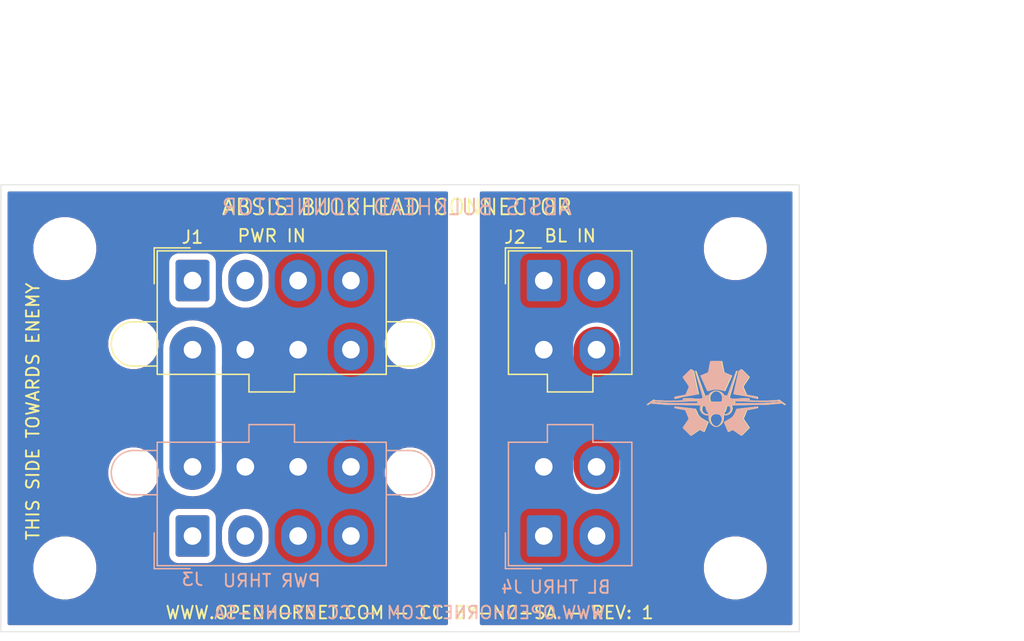
<source format=kicad_pcb>
(kicad_pcb (version 20171130) (host pcbnew "(5.1.9)-1")
  (layers (0 F.Cu mixed) (1 In1.Cu power) (2 In2.Cu power) (31 B.Cu mixed) (34 B.Paste user) (35 F.Paste user) (36 B.SilkS user) (37 F.SilkS user) (38 B.Mask user) (39 F.Mask user) (44 Edge.Cuts user))
  (net 0 "")
  (net 1 /ABSIS_+12V)
  (net 2 /ABSIS_+5V)
  (net 3 /ABSIS_+3.3V)
  (net 4 /ABSIS_GND)
  (net 5 /BL_DATA)
  (net 6 /BL_GND)
  (net 7 /BL_+5V)
  (module "KiCAD Libraries:OH_LOGO_NO_TEXT_11mm_5.9mm" (layer B.Cu) (at 155.956 73.152 180)
    (fp_text reference G*** hide)
    (fp_text value LOGO hide)
  )
  (module "KiCAD Libraries:OH_LOGO_NO_TEXT_11mm_5.9mm" (layer F.Cu) (at 155.956 73.152)
    (fp_text reference G*** hide)
    (fp_text value LOGO hide)
  )
  (module Connector_Molex:Molex_Mini-Fit_Jr_5566-04A_2x02_P4.20mm_Vertical (layer B.Cu) (at 142.24 83.82)
    (fp_text reference J4 (at -2.54 4.064) (layer B.SilkS) (effects (justify mirror)))
    (fp_text value "BL THRU" (at 2.1 4.064) (layer B.SilkS) (effects (justify mirror)))
    (pad 4 thru_hole oval (at 4.2 -5.5) (size 2.7 3.3) (drill 1.4) (layers *.Cu *.Mask) (net 5 /BL_DATA))
    (pad 3 thru_hole oval (at 0 -5.5) (size 2.7 3.3) (drill 1.4) (layers *.Cu *.Mask) (net 6 /BL_GND))
    (pad 2 thru_hole oval (at 4.2 0) (size 2.7 3.3) (drill 1.4) (layers *.Cu *.Mask) (net 7 /BL_+5V))
    (pad 1 thru_hole roundrect (at 0 0) (size 2.7 3.3) (drill 1.4) (layers *.Cu *.Mask) (roundrect_rratio 0.09259296296296296) (net 7 /BL_+5V))
  )
  (module Connector_Molex:Molex_Mini-Fit_Jr_5566-08A2_2x04_P4.20mm_Vertical (layer B.Cu) (at 114.3 83.82)
    (fp_text reference J3 (at 0 3.45) (layer B.SilkS) (effects (justify mirror)))
    (fp_text value "PWR THRU" (at 6.3 3.556) (layer B.SilkS) (effects (justify mirror)))
    (pad "" np_thru_hole circle (at 17.3 -5.04) (size 3 3) (drill 3) (layers *.Cu *.Mask))
    (pad "" np_thru_hole circle (at -4.7 -5.04) (size 3 3) (drill 3) (layers *.Cu *.Mask))
    (pad 8 thru_hole oval (at 12.6 -5.5) (size 2.7 3.3) (drill 1.4) (layers *.Cu *.Mask) (net 1 /ABSIS_+12V))
    (pad 7 thru_hole oval (at 8.4 -5.5) (size 2.7 3.3) (drill 1.4) (layers *.Cu *.Mask) (net 2 /ABSIS_+5V))
    (pad 6 thru_hole oval (at 4.2 -5.5) (size 2.7 3.3) (drill 1.4) (layers *.Cu *.Mask) (net 2 /ABSIS_+5V))
    (pad 5 thru_hole oval (at 0 -5.5) (size 2.7 3.3) (drill 1.4) (layers *.Cu *.Mask) (net 3 /ABSIS_+3.3V))
    (pad 4 thru_hole oval (at 12.6 0) (size 2.7 3.3) (drill 1.4) (layers *.Cu *.Mask) (net 1 /ABSIS_+12V))
    (pad 3 thru_hole oval (at 8.4 0) (size 2.7 3.3) (drill 1.4) (layers *.Cu *.Mask) (net 1 /ABSIS_+12V))
    (pad 2 thru_hole oval (at 4.2 0) (size 2.7 3.3) (drill 1.4) (layers *.Cu *.Mask) (net 4 /ABSIS_GND))
    (pad 1 thru_hole roundrect (at 0 0) (size 2.7 3.3) (drill 1.4) (layers *.Cu *.Mask) (roundrect_rratio 0.09259296296296296) (net 4 /ABSIS_GND))
  )
  (module Connector_Molex:Molex_Mini-Fit_Jr_5566-04A_2x02_P4.20mm_Vertical (layer F.Cu) (at 142.24 63.5)
    (fp_text reference J2 (at -2.286 -3.45) (layer F.SilkS))
    (fp_text value "BL IN" (at 2.1 -3.556) (layer F.SilkS))
    (pad 4 thru_hole oval (at 4.2 5.5) (size 2.7 3.3) (drill 1.4) (layers *.Cu *.Mask) (net 5 /BL_DATA))
    (pad 3 thru_hole oval (at 0 5.5) (size 2.7 3.3) (drill 1.4) (layers *.Cu *.Mask) (net 6 /BL_GND))
    (pad 2 thru_hole oval (at 4.2 0) (size 2.7 3.3) (drill 1.4) (layers *.Cu *.Mask) (net 7 /BL_+5V))
    (pad 1 thru_hole roundrect (at 0 0) (size 2.7 3.3) (drill 1.4) (layers *.Cu *.Mask) (roundrect_rratio 0.09259296296296296) (net 7 /BL_+5V))
  )
  (module Connector_Molex:Molex_Mini-Fit_Jr_5566-08A2_2x04_P4.20mm_Vertical (layer F.Cu) (at 114.3 63.5)
    (fp_text reference J1 (at 0 -3.45) (layer F.SilkS))
    (fp_text value "PWR IN" (at 6.3 -3.556) (layer F.SilkS))
    (pad "" np_thru_hole circle (at 17.3 5.04) (size 3 3) (drill 3) (layers *.Cu *.Mask))
    (pad "" np_thru_hole circle (at -4.7 5.04) (size 3 3) (drill 3) (layers *.Cu *.Mask))
    (pad 8 thru_hole oval (at 12.6 5.5) (size 2.7 3.3) (drill 1.4) (layers *.Cu *.Mask) (net 1 /ABSIS_+12V))
    (pad 7 thru_hole oval (at 8.4 5.5) (size 2.7 3.3) (drill 1.4) (layers *.Cu *.Mask) (net 2 /ABSIS_+5V))
    (pad 6 thru_hole oval (at 4.2 5.5) (size 2.7 3.3) (drill 1.4) (layers *.Cu *.Mask) (net 2 /ABSIS_+5V))
    (pad 5 thru_hole oval (at 0 5.5) (size 2.7 3.3) (drill 1.4) (layers *.Cu *.Mask) (net 3 /ABSIS_+3.3V))
    (pad 4 thru_hole oval (at 12.6 0) (size 2.7 3.3) (drill 1.4) (layers *.Cu *.Mask) (net 1 /ABSIS_+12V))
    (pad 3 thru_hole oval (at 8.4 0) (size 2.7 3.3) (drill 1.4) (layers *.Cu *.Mask) (net 1 /ABSIS_+12V))
    (pad 2 thru_hole oval (at 4.2 0) (size 2.7 3.3) (drill 1.4) (layers *.Cu *.Mask) (net 4 /ABSIS_GND))
    (pad 1 thru_hole roundrect (at 0 0) (size 2.7 3.3) (drill 1.4) (layers *.Cu *.Mask) (roundrect_rratio 0.09259296296296296) (net 4 /ABSIS_GND))
  )
  (module MountingHole:MountingHole_4mm (layer F.Cu) (at 104.14 86.36)
    (fp_text reference H4)
    (fp_text value MH)
    (pad 1 np_thru_hole circle (at 0 0) (size 4 4) (drill 4) (layers *.Cu *.Mask))
  )
  (module MountingHole:MountingHole_4mm (layer F.Cu) (at 157.48 86.36)
    (fp_text reference H3)
    (fp_text value MH)
    (pad 1 np_thru_hole circle (at 0 0) (size 4 4) (drill 4) (layers *.Cu *.Mask))
  )
  (module MountingHole:MountingHole_4mm (layer F.Cu) (at 157.48 60.96)
    (fp_text reference H2)
    (fp_text value MH)
    (pad 1 np_thru_hole circle (at 0 0) (size 4 4) (drill 4) (layers *.Cu *.Mask))
  )
  (module MountingHole:MountingHole_4mm (layer F.Cu) (at 104.14 60.96)
    (fp_text reference H1)
    (fp_text value MH)
    (pad 1 np_thru_hole circle (at 0 0) (size 4 4) (drill 4) (layers *.Cu *.Mask))
  )
  (gr_text "THIS SIDE TOWARDS ENEMY" (at 101.6 73.914 90) (layer F.SilkS) (effects (font (size 1 1))))
  (gr_text "WWW.OPENHORNET.COM - CC BY-NC-SA" (at 131.572 89.916) (layer B.SilkS) (effects (font (size 1 1)) (justify mirror)))
  (gr_text "ABSIS BULKHEAD CONNECTOR" (at 130.556 57.658) (layer B.SilkS) (effects (font (size 1.25 1.25)) (justify mirror)))
  (gr_text "WWW.OPENHORNET.COM - CC BY-NC-SA - REV: 1" (at 131.572 89.916) (layer F.SilkS) (effects (font (size 1 1))))
  (gr_text "ABSIS BULKHEAD CONNECTOR" (at 130.556 57.658) (layer F.SilkS) (effects (font (size 1.25 1.25))))
  (gr_line (start 99.06 91.44) (end 99.06 55.88) (layer Edge.Cuts) (width 0.05))
  (gr_line (start 162.56 91.44) (end 99.06 91.44) (layer Edge.Cuts) (width 0.05))
  (gr_line (start 162.56 55.88) (end 162.56 91.44) (layer Edge.Cuts) (width 0.05))
  (gr_line (start 99.06 55.88) (end 162.56 55.88) (layer Edge.Cuts) (width 0.05))
  (segment (start 114.3 78.32) (end 114.3 69) (width 3.6576) (layer B.Cu) (net 3))
  (segment (start 114.3 78.32) (end 114.3 69) (width 3.6576) (layer F.Cu) (net 3))
  (segment (start 146.44 69) (end 146.44 78.32) (width 3.6576) (layer F.Cu) (net 5))
  (zone (net 1) (net_name /ABSIS_+12V) (layer F.Cu) (connect_pads yes (clearance 0.508)) (min_thickness 0.254) (fill yes (arc_segments 32) (thermal_gap 0.508) (thermal_bridge_width 0.508))
    (polygon (pts (xy 134.62 91.44) (xy 99.06 91.44) (xy 99.06 55.88) (xy 134.62 55.88)))
  )
  (zone (net 2) (net_name /ABSIS_+5V) (layer B.Cu) (connect_pads yes (clearance 0.508)) (min_thickness 0.254) (fill yes (arc_segments 32) (thermal_gap 0.508) (thermal_bridge_width 0.508))
    (polygon (pts (xy 134.62 91.44) (xy 99.06 91.44) (xy 99.06 55.88) (xy 134.62 55.88)))
  )
  (zone (net 7) (net_name /BL_+5V) (layer F.Cu) (connect_pads yes (clearance 0.508)) (min_thickness 0.254) (fill yes (arc_segments 32) (thermal_gap 0.508) (thermal_bridge_width 0.508))
    (polygon (pts (xy 162.56 91.44) (xy 137.16 91.44) (xy 137.16 55.88) (xy 162.56 55.88)))
  )
  (zone (net 6) (net_name /BL_GND) (layer B.Cu) (connect_pads yes (clearance 0.508)) (min_thickness 0.254) (fill yes (arc_segments 32) (thermal_gap 0.508) (thermal_bridge_width 0.508))
    (polygon (pts (xy 162.56 91.44) (xy 137.16 91.44) (xy 137.16 55.88) (xy 162.56 55.88)))
  )
)
</source>
